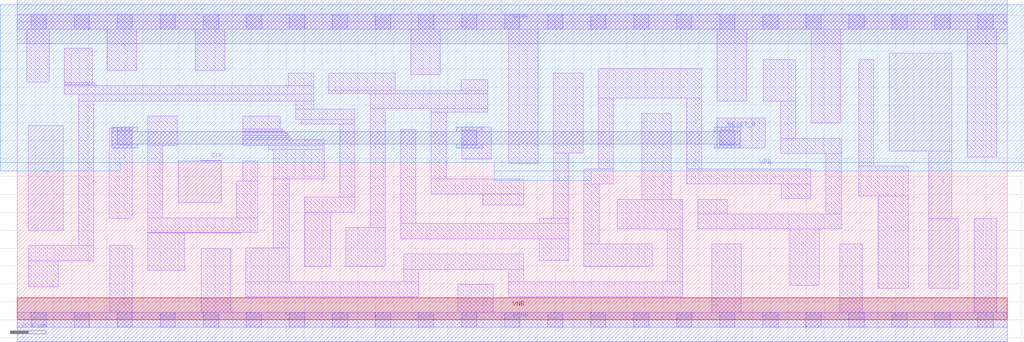
<source format=lef>
# Copyright 2020 The SkyWater PDK Authors
#
# Licensed under the Apache License, Version 2.0 (the "License");
# you may not use this file except in compliance with the License.
# You may obtain a copy of the License at
#
#     https://www.apache.org/licenses/LICENSE-2.0
#
# Unless required by applicable law or agreed to in writing, software
# distributed under the License is distributed on an "AS IS" BASIS,
# WITHOUT WARRANTIES OR CONDITIONS OF ANY KIND, either express or implied.
# See the License for the specific language governing permissions and
# limitations under the License.
#
# SPDX-License-Identifier: Apache-2.0

VERSION 5.7 ;
  NOWIREEXTENSIONATPIN ON ;
  DIVIDERCHAR "/" ;
  BUSBITCHARS "[]" ;
MACRO sky130_fd_sc_ms__dfrtp_1
  CLASS CORE ;
  FOREIGN sky130_fd_sc_ms__dfrtp_1 ;
  ORIGIN  0.000000  0.000000 ;
  SIZE  11.04000 BY  3.330000 ;
  SYMMETRY X Y R90 ;
  SITE unit ;
  PIN D
    ANTENNAGATEAREA  0.138600 ;
    DIRECTION INPUT ;
    USE SIGNAL ;
    PORT
      LAYER li1 ;
        RECT 0.125000 1.000000 0.515000 2.170000 ;
    END
  END D
  PIN Q
    ANTENNADIFFAREA  0.574900 ;
    DIRECTION OUTPUT ;
    USE SIGNAL ;
    PORT
      LAYER li1 ;
        RECT  9.725000 1.885000 10.425000 2.980000 ;
        RECT 10.165000 0.350000 10.495000 1.130000 ;
        RECT 10.165000 1.130000 10.425000 1.885000 ;
    END
  END Q
  PIN RESET_B
    ANTENNAGATEAREA  0.415800 ;
    DIRECTION INPUT ;
    USE SIGNAL ;
    PORT
      LAYER met1 ;
        RECT 1.055000 1.920000 1.345000 1.965000 ;
        RECT 1.055000 1.965000 8.065000 2.105000 ;
        RECT 1.055000 2.105000 1.345000 2.150000 ;
        RECT 4.895000 1.920000 5.185000 1.965000 ;
        RECT 4.895000 2.105000 5.185000 2.150000 ;
        RECT 7.775000 1.920000 8.065000 1.965000 ;
        RECT 7.775000 2.105000 8.065000 2.150000 ;
    END
  END RESET_B
  PIN CLK
    ANTENNAGATEAREA  0.312600 ;
    DIRECTION INPUT ;
    USE CLOCK ;
    PORT
      LAYER li1 ;
        RECT 1.795000 1.310000 2.275000 1.775000 ;
        RECT 2.045000 1.775000 2.275000 1.780000 ;
    END
  END CLK
  PIN VGND
    DIRECTION INOUT ;
    USE GROUND ;
    PORT
      LAYER met1 ;
        RECT 0.000000 -0.245000 11.040000 0.245000 ;
    END
  END VGND
  PIN VNB
    DIRECTION INOUT ;
    USE GROUND ;
    PORT
      LAYER pwell ;
        RECT 0.000000 0.000000 11.040000 0.245000 ;
    END
  END VNB
  PIN VPB
    DIRECTION INOUT ;
    USE POWER ;
    PORT
      LAYER nwell ;
        RECT -0.190000 1.660000  1.150000 1.755000 ;
        RECT -0.190000 1.755000 11.230000 3.520000 ;
        RECT  5.320000 1.555000  6.400000 1.660000 ;
        RECT  5.320000 1.660000 11.230000 1.755000 ;
    END
  END VPB
  PIN VPWR
    DIRECTION INOUT ;
    USE POWER ;
    PORT
      LAYER met1 ;
        RECT 0.000000 3.085000 11.040000 3.575000 ;
    END
  END VPWR
  OBS
    LAYER li1 ;
      RECT  0.000000 -0.085000 11.040000 0.085000 ;
      RECT  0.000000  3.245000 11.040000 3.415000 ;
      RECT  0.105000  2.655000  0.355000 3.245000 ;
      RECT  0.130000  0.370000  0.460000 0.660000 ;
      RECT  0.130000  0.660000  0.855000 0.830000 ;
      RECT  0.525000  2.520000  3.305000 2.615000 ;
      RECT  0.525000  2.615000  0.885000 2.625000 ;
      RECT  0.525000  2.625000  0.865000 2.650000 ;
      RECT  0.525000  2.650000  0.835000 3.035000 ;
      RECT  0.685000  0.830000  0.855000 2.445000 ;
      RECT  0.685000  2.445000  3.305000 2.520000 ;
      RECT  1.005000  2.785000  1.335000 3.245000 ;
      RECT  1.025000  1.130000  1.285000 2.140000 ;
      RECT  1.030000  0.085000  1.280000 0.830000 ;
      RECT  1.455000  0.550000  1.870000 0.970000 ;
      RECT  1.455000  0.970000  2.500000 0.975000 ;
      RECT  1.455000  0.975000  2.685000 1.140000 ;
      RECT  1.455000  1.140000  1.625000 1.945000 ;
      RECT  1.455000  1.945000  1.785000 2.275000 ;
      RECT  1.985000  2.785000  2.315000 3.245000 ;
      RECT  2.050000  0.085000  2.380000 0.800000 ;
      RECT  2.445000  1.140000  2.685000 1.550000 ;
      RECT  2.515000  1.550000  2.685000 1.775000 ;
      RECT  2.515000  1.945000  3.425000 2.015000 ;
      RECT  2.515000  2.015000  3.050000 2.035000 ;
      RECT  2.515000  2.035000  3.030000 2.060000 ;
      RECT  2.515000  2.060000  3.015000 2.090000 ;
      RECT  2.515000  2.090000  2.980000 2.110000 ;
      RECT  2.515000  2.110000  2.960000 2.130000 ;
      RECT  2.515000  2.130000  2.935000 2.275000 ;
      RECT  2.550000  0.255000  4.480000 0.425000 ;
      RECT  2.550000  0.425000  3.035000 0.805000 ;
      RECT  2.805000  1.900000  3.425000 1.945000 ;
      RECT  2.855000  0.805000  3.035000 1.575000 ;
      RECT  2.855000  1.575000  3.425000 1.900000 ;
      RECT  3.025000  2.615000  3.305000 2.755000 ;
      RECT  3.105000  2.235000  3.765000 2.355000 ;
      RECT  3.105000  2.355000  3.305000 2.445000 ;
      RECT  3.170000  2.185000  3.765000 2.235000 ;
      RECT  3.205000  0.595000  3.495000 1.200000 ;
      RECT  3.205000  1.200000  3.765000 1.370000 ;
      RECT  3.475000  2.525000  5.250000 2.560000 ;
      RECT  3.475000  2.560000  4.215000 2.755000 ;
      RECT  3.595000  1.370000  3.765000 2.185000 ;
      RECT  3.665000  0.595000  4.105000 1.030000 ;
      RECT  3.935000  1.030000  4.105000 2.360000 ;
      RECT  3.935000  2.360000  5.250000 2.525000 ;
      RECT  4.275000  0.905000  6.150000 1.075000 ;
      RECT  4.275000  1.075000  4.445000 2.125000 ;
      RECT  4.310000  0.425000  4.480000 0.565000 ;
      RECT  4.310000  0.565000  5.650000 0.735000 ;
      RECT  4.390000  2.740000  4.720000 3.245000 ;
      RECT  4.615000  1.405000  5.650000 1.575000 ;
      RECT  4.615000  1.575000  4.785000 2.320000 ;
      RECT  4.615000  2.320000  5.250000 2.360000 ;
      RECT  4.915000  0.085000  5.310000 0.395000 ;
      RECT  4.950000  2.560000  5.250000 2.680000 ;
      RECT  4.955000  1.795000  5.285000 2.150000 ;
      RECT  5.190000  1.285000  5.650000 1.405000 ;
      RECT  5.480000  0.255000  7.420000 0.425000 ;
      RECT  5.480000  0.425000  5.650000 0.565000 ;
      RECT  5.480000  1.745000  5.810000 3.245000 ;
      RECT  5.820000  0.665000  6.150000 0.905000 ;
      RECT  5.820000  1.075000  6.150000 1.130000 ;
      RECT  5.980000  1.130000  6.150000 1.865000 ;
      RECT  5.980000  1.865000  6.310000 2.755000 ;
      RECT  6.320000  0.595000  7.080000 0.845000 ;
      RECT  6.320000  0.845000  6.490000 1.515000 ;
      RECT  6.320000  1.515000  6.650000 1.685000 ;
      RECT  6.480000  1.685000  6.650000 2.475000 ;
      RECT  6.480000  2.475000  7.635000 2.805000 ;
      RECT  6.690000  1.015000  7.420000 1.345000 ;
      RECT  6.965000  1.345000  7.295000 2.305000 ;
      RECT  7.250000  0.425000  7.420000 1.015000 ;
      RECT  7.465000  1.515000  8.850000 1.685000 ;
      RECT  7.465000  1.685000  7.635000 2.475000 ;
      RECT  7.590000  1.015000  9.190000 1.185000 ;
      RECT  7.590000  1.185000  7.920000 1.345000 ;
      RECT  7.745000  0.085000  8.075000 0.845000 ;
      RECT  7.805000  1.920000  8.345000 2.255000 ;
      RECT  7.805000  2.445000  8.135000 3.245000 ;
      RECT  8.320000  2.445000  8.685000 2.905000 ;
      RECT  8.515000  1.855000  9.190000 2.025000 ;
      RECT  8.515000  2.025000  8.685000 2.445000 ;
      RECT  8.520000  1.355000  8.850000 1.515000 ;
      RECT  8.615000  0.385000  8.945000 1.015000 ;
      RECT  8.855000  2.195000  9.185000 3.245000 ;
      RECT  9.020000  1.185000  9.190000 1.855000 ;
      RECT  9.175000  0.085000  9.425000 0.845000 ;
      RECT  9.385000  1.385000  9.935000 1.715000 ;
      RECT  9.385000  1.715000  9.555000 2.905000 ;
      RECT  9.605000  0.350000  9.935000 1.385000 ;
      RECT 10.595000  1.820000 10.925000 3.245000 ;
      RECT 10.675000  0.085000 10.925000 1.130000 ;
    LAYER mcon ;
      RECT  0.155000 -0.085000  0.325000 0.085000 ;
      RECT  0.155000  3.245000  0.325000 3.415000 ;
      RECT  0.635000 -0.085000  0.805000 0.085000 ;
      RECT  0.635000  3.245000  0.805000 3.415000 ;
      RECT  1.115000 -0.085000  1.285000 0.085000 ;
      RECT  1.115000  1.950000  1.285000 2.120000 ;
      RECT  1.115000  3.245000  1.285000 3.415000 ;
      RECT  1.595000 -0.085000  1.765000 0.085000 ;
      RECT  1.595000  3.245000  1.765000 3.415000 ;
      RECT  2.075000 -0.085000  2.245000 0.085000 ;
      RECT  2.075000  3.245000  2.245000 3.415000 ;
      RECT  2.555000 -0.085000  2.725000 0.085000 ;
      RECT  2.555000  3.245000  2.725000 3.415000 ;
      RECT  3.035000 -0.085000  3.205000 0.085000 ;
      RECT  3.035000  3.245000  3.205000 3.415000 ;
      RECT  3.515000 -0.085000  3.685000 0.085000 ;
      RECT  3.515000  3.245000  3.685000 3.415000 ;
      RECT  3.995000 -0.085000  4.165000 0.085000 ;
      RECT  3.995000  3.245000  4.165000 3.415000 ;
      RECT  4.475000 -0.085000  4.645000 0.085000 ;
      RECT  4.475000  3.245000  4.645000 3.415000 ;
      RECT  4.955000 -0.085000  5.125000 0.085000 ;
      RECT  4.955000  1.950000  5.125000 2.120000 ;
      RECT  4.955000  3.245000  5.125000 3.415000 ;
      RECT  5.435000 -0.085000  5.605000 0.085000 ;
      RECT  5.435000  3.245000  5.605000 3.415000 ;
      RECT  5.915000 -0.085000  6.085000 0.085000 ;
      RECT  5.915000  3.245000  6.085000 3.415000 ;
      RECT  6.395000 -0.085000  6.565000 0.085000 ;
      RECT  6.395000  3.245000  6.565000 3.415000 ;
      RECT  6.875000 -0.085000  7.045000 0.085000 ;
      RECT  6.875000  3.245000  7.045000 3.415000 ;
      RECT  7.355000 -0.085000  7.525000 0.085000 ;
      RECT  7.355000  3.245000  7.525000 3.415000 ;
      RECT  7.835000 -0.085000  8.005000 0.085000 ;
      RECT  7.835000  1.950000  8.005000 2.120000 ;
      RECT  7.835000  3.245000  8.005000 3.415000 ;
      RECT  8.315000 -0.085000  8.485000 0.085000 ;
      RECT  8.315000  3.245000  8.485000 3.415000 ;
      RECT  8.795000 -0.085000  8.965000 0.085000 ;
      RECT  8.795000  3.245000  8.965000 3.415000 ;
      RECT  9.275000 -0.085000  9.445000 0.085000 ;
      RECT  9.275000  3.245000  9.445000 3.415000 ;
      RECT  9.755000 -0.085000  9.925000 0.085000 ;
      RECT  9.755000  3.245000  9.925000 3.415000 ;
      RECT 10.235000 -0.085000 10.405000 0.085000 ;
      RECT 10.235000  3.245000 10.405000 3.415000 ;
      RECT 10.715000 -0.085000 10.885000 0.085000 ;
      RECT 10.715000  3.245000 10.885000 3.415000 ;
  END
END sky130_fd_sc_ms__dfrtp_1
END LIBRARY

</source>
